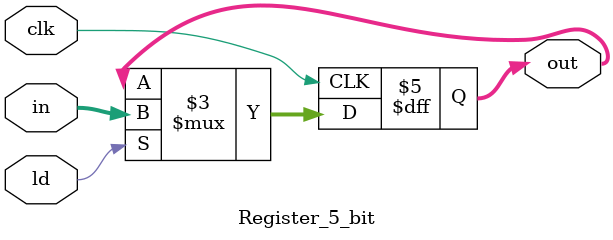
<source format=v>
module Register_5_bit(input ld, clk, input[4:0] in, output reg [4:0]out);
	always@(posedge clk)begin:loop
		if(ld) out = in;
	end	 
endmodule
</source>
